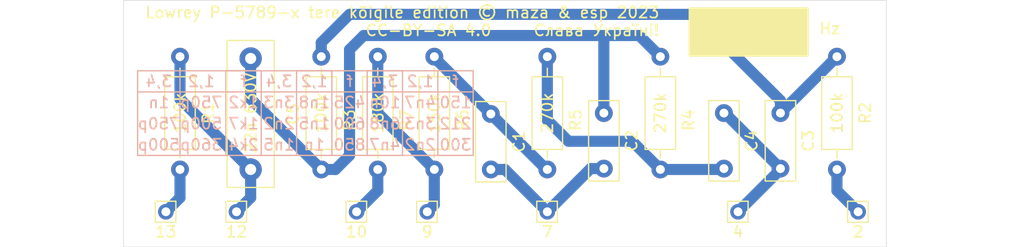
<source format=kicad_pcb>
(kicad_pcb (version 20171130) (host pcbnew 5.1.5+dfsg1-2build2)

  (general
    (thickness 1.6)
    (drawings 68)
    (tracks 49)
    (zones 0)
    (modules 19)
    (nets 12)
  )

  (page A4)
  (layers
    (0 F.Cu signal)
    (31 B.Cu signal)
    (32 B.Adhes user)
    (33 F.Adhes user)
    (34 B.Paste user)
    (35 F.Paste user)
    (36 B.SilkS user)
    (37 F.SilkS user)
    (38 B.Mask user)
    (39 F.Mask user)
    (40 Dwgs.User user)
    (41 Cmts.User user)
    (42 Eco1.User user)
    (43 Eco2.User user)
    (44 Edge.Cuts user)
    (45 Margin user)
    (46 B.CrtYd user)
    (47 F.CrtYd user)
    (48 B.Fab user)
    (49 F.Fab user)
  )

  (setup
    (last_trace_width 1)
    (user_trace_width 1)
    (trace_clearance 0.2)
    (zone_clearance 0.508)
    (zone_45_only no)
    (trace_min 0.2)
    (via_size 0.8)
    (via_drill 0.4)
    (via_min_size 0.4)
    (via_min_drill 0.3)
    (uvia_size 0.3)
    (uvia_drill 0.1)
    (uvias_allowed no)
    (uvia_min_size 0.2)
    (uvia_min_drill 0.1)
    (edge_width 0.05)
    (segment_width 0.2)
    (pcb_text_width 0.3)
    (pcb_text_size 1.5 1.5)
    (mod_edge_width 0.12)
    (mod_text_size 1 1)
    (mod_text_width 0.15)
    (pad_size 1.4 1.4)
    (pad_drill 0.8)
    (pad_to_mask_clearance 0.051)
    (solder_mask_min_width 0.25)
    (aux_axis_origin 0 0)
    (visible_elements FFFFFF7F)
    (pcbplotparams
      (layerselection 0x010fc_ffffffff)
      (usegerberextensions false)
      (usegerberattributes false)
      (usegerberadvancedattributes false)
      (creategerberjobfile false)
      (excludeedgelayer true)
      (linewidth 0.100000)
      (plotframeref false)
      (viasonmask false)
      (mode 1)
      (useauxorigin false)
      (hpglpennumber 1)
      (hpglpenspeed 20)
      (hpglpendiameter 15.000000)
      (psnegative false)
      (psa4output false)
      (plotreference true)
      (plotvalue true)
      (plotinvisibletext false)
      (padsonsilk false)
      (subtractmaskfromsilk false)
      (outputformat 1)
      (mirror false)
      (drillshape 0)
      (scaleselection 1)
      (outputdirectory ""))
  )

  (net 0 "")
  (net 1 "Net-(C1-Pad2)")
  (net 2 7_tuning)
  (net 3 "Net-(C2-Pad1)")
  (net 4 4_gnd)
  (net 5 "Net-(C3-Pad1)")
  (net 6 "Net-(C4-Pad2)")
  (net 7 12_plate)
  (net 8 13_b+)
  (net 9 2_output)
  (net 10 9_grid)
  (net 11 10_input)

  (net_class Default "This is the default net class."
    (clearance 0.2)
    (trace_width 0.25)
    (via_dia 0.8)
    (via_drill 0.4)
    (uvia_dia 0.3)
    (uvia_drill 0.1)
    (add_net 10_input)
    (add_net 12_plate)
    (add_net 13_b+)
    (add_net 2_output)
    (add_net 4_gnd)
    (add_net 7_tuning)
    (add_net 9_grid)
    (add_net "Net-(C1-Pad2)")
    (add_net "Net-(C2-Pad1)")
    (add_net "Net-(C3-Pad1)")
    (add_net "Net-(C4-Pad2)")
  )

  (module Capacitor_THT:C_Rect_L13.0mm_W4.0mm_P10.00mm_FKS3_FKP3_MKS4 (layer F.Cu) (tedit 5AE50EF0) (tstamp 64920CF0)
    (at 71.755 132.08 90)
    (descr "C, Rect series, Radial, pin pitch=10.00mm, , length*width=13*4mm^2, Capacitor, http://www.wima.com/EN/WIMA_FKS_3.pdf, http://www.wima.com/EN/WIMA_MKS_4.pdf")
    (tags "C Rect series Radial pin pitch 10.00mm  length 13mm width 4mm Capacitor")
    (path /6491E27A)
    (fp_text reference C5 (at 5 3.81 90) (layer F.SilkS)
      (effects (font (size 1 1) (thickness 0.15)))
    )
    (fp_text value "22 nF 400 V" (at 5 3.25 90) (layer F.Fab)
      (effects (font (size 1 1) (thickness 0.15)))
    )
    (fp_text user %R (at 5 0 90) (layer F.Fab)
      (effects (font (size 1 1) (thickness 0.15)))
    )
    (fp_line (start 11.75 -2.25) (end -1.75 -2.25) (layer F.CrtYd) (width 0.05))
    (fp_line (start 11.75 2.25) (end 11.75 -2.25) (layer F.CrtYd) (width 0.05))
    (fp_line (start -1.75 2.25) (end 11.75 2.25) (layer F.CrtYd) (width 0.05))
    (fp_line (start -1.75 -2.25) (end -1.75 2.25) (layer F.CrtYd) (width 0.05))
    (fp_line (start 11.62 -2.12) (end 11.62 2.12) (layer F.SilkS) (width 0.12))
    (fp_line (start -1.62 -2.12) (end -1.62 2.12) (layer F.SilkS) (width 0.12))
    (fp_line (start -1.62 2.12) (end 11.62 2.12) (layer F.SilkS) (width 0.12))
    (fp_line (start -1.62 -2.12) (end 11.62 -2.12) (layer F.SilkS) (width 0.12))
    (fp_line (start 11.5 -2) (end -1.5 -2) (layer F.Fab) (width 0.1))
    (fp_line (start 11.5 2) (end 11.5 -2) (layer F.Fab) (width 0.1))
    (fp_line (start -1.5 2) (end 11.5 2) (layer F.Fab) (width 0.1))
    (fp_line (start -1.5 -2) (end -1.5 2) (layer F.Fab) (width 0.1))
    (pad 2 thru_hole circle (at 10 0 90) (size 2 2) (drill 1) (layers *.Cu *.Mask)
      (net 3 "Net-(C2-Pad1)"))
    (pad 1 thru_hole circle (at 0 0 90) (size 2 2) (drill 1) (layers *.Cu *.Mask)
      (net 7 12_plate))
    (model ${KISYS3DMOD}/Capacitor_THT.3dshapes/C_Rect_L13.0mm_W4.0mm_P10.00mm_FKS3_FKP3_MKS4.wrl
      (at (xyz 0 0 0))
      (scale (xyz 1 1 1))
      (rotate (xyz 0 0 0))
    )
  )

  (module Resistor_THT:R_Axial_DIN0207_L6.3mm_D2.5mm_P10.16mm_Horizontal (layer F.Cu) (tedit 5AE5139B) (tstamp 64920D07)
    (at 65.405 121.92 270)
    (descr "Resistor, Axial_DIN0207 series, Axial, Horizontal, pin pitch=10.16mm, 0.25W = 1/4W, length*diameter=6.3*2.5mm^2, http://cdn-reichelt.de/documents/datenblatt/B400/1_4W%23YAG.pdf")
    (tags "Resistor Axial_DIN0207 series Axial Horizontal pin pitch 10.16mm 0.25W = 1/4W length 6.3mm diameter 2.5mm")
    (path /6491D276)
    (fp_text reference R1 (at 5.08 -2.54 90) (layer F.SilkS)
      (effects (font (size 1 1) (thickness 0.15)))
    )
    (fp_text value "100 k" (at 5.08 2.37 90) (layer F.Fab)
      (effects (font (size 1 1) (thickness 0.15)))
    )
    (fp_text user %R (at 5.08 0 90) (layer F.Fab)
      (effects (font (size 1 1) (thickness 0.15)))
    )
    (fp_line (start 11.21 -1.5) (end -1.05 -1.5) (layer F.CrtYd) (width 0.05))
    (fp_line (start 11.21 1.5) (end 11.21 -1.5) (layer F.CrtYd) (width 0.05))
    (fp_line (start -1.05 1.5) (end 11.21 1.5) (layer F.CrtYd) (width 0.05))
    (fp_line (start -1.05 -1.5) (end -1.05 1.5) (layer F.CrtYd) (width 0.05))
    (fp_line (start 9.12 0) (end 8.35 0) (layer F.SilkS) (width 0.12))
    (fp_line (start 1.04 0) (end 1.81 0) (layer F.SilkS) (width 0.12))
    (fp_line (start 8.35 -1.37) (end 1.81 -1.37) (layer F.SilkS) (width 0.12))
    (fp_line (start 8.35 1.37) (end 8.35 -1.37) (layer F.SilkS) (width 0.12))
    (fp_line (start 1.81 1.37) (end 8.35 1.37) (layer F.SilkS) (width 0.12))
    (fp_line (start 1.81 -1.37) (end 1.81 1.37) (layer F.SilkS) (width 0.12))
    (fp_line (start 10.16 0) (end 8.23 0) (layer F.Fab) (width 0.1))
    (fp_line (start 0 0) (end 1.93 0) (layer F.Fab) (width 0.1))
    (fp_line (start 8.23 -1.25) (end 1.93 -1.25) (layer F.Fab) (width 0.1))
    (fp_line (start 8.23 1.25) (end 8.23 -1.25) (layer F.Fab) (width 0.1))
    (fp_line (start 1.93 1.25) (end 8.23 1.25) (layer F.Fab) (width 0.1))
    (fp_line (start 1.93 -1.25) (end 1.93 1.25) (layer F.Fab) (width 0.1))
    (pad 2 thru_hole oval (at 10.16 0 270) (size 1.6 1.6) (drill 0.8) (layers *.Cu *.Mask)
      (net 8 13_b+))
    (pad 1 thru_hole circle (at 0 0 270) (size 1.6 1.6) (drill 0.8) (layers *.Cu *.Mask)
      (net 7 12_plate))
    (model ${KISYS3DMOD}/Resistor_THT.3dshapes/R_Axial_DIN0207_L6.3mm_D2.5mm_P10.16mm_Horizontal.wrl
      (at (xyz 0 0 0))
      (scale (xyz 1 1 1))
      (rotate (xyz 0 0 0))
    )
  )

  (module Connector_Pin:Pin_D0.7mm_L6.5mm_W1.8mm_FlatFork (layer F.Cu) (tedit 6492D3C2) (tstamp 64921607)
    (at 70.485 135.89)
    (descr "solder Pin_ with flat fork, hole diameter 0.7mm, length 6.5mm, width 1.8mm")
    (tags "solder Pin_ with flat fork")
    (fp_text reference 12 (at 0 1.8) (layer F.SilkS)
      (effects (font (size 1 1) (thickness 0.15)))
    )
    (fp_text value Pin_D0.7mm_L6.5mm_W1.8mm_FlatFork (at 0 -1.8) (layer F.Fab)
      (effects (font (size 1 1) (thickness 0.15)))
    )
    (fp_line (start 1.35 1.2) (end -1.4 1.2) (layer F.CrtYd) (width 0.05))
    (fp_line (start 1.35 1.2) (end 1.35 -1.2) (layer F.CrtYd) (width 0.05))
    (fp_line (start -1.4 -1.2) (end -1.4 1.2) (layer F.CrtYd) (width 0.05))
    (fp_line (start -1.4 -1.2) (end 1.35 -1.2) (layer F.CrtYd) (width 0.05))
    (fp_line (start -0.9 0.25) (end -0.9 -0.25) (layer F.Fab) (width 0.12))
    (fp_line (start 0.85 0.25) (end -0.9 0.25) (layer F.Fab) (width 0.12))
    (fp_line (start 0.85 -0.25) (end 0.85 0.25) (layer F.Fab) (width 0.12))
    (fp_line (start -0.9 -0.25) (end 0.85 -0.25) (layer F.Fab) (width 0.12))
    (fp_line (start 0.9 -0.95) (end -0.95 -0.95) (layer F.SilkS) (width 0.12))
    (fp_line (start 0.9 -0.9) (end 0.9 -0.95) (layer F.SilkS) (width 0.12))
    (fp_line (start 0.9 0.95) (end 0.9 -0.9) (layer F.SilkS) (width 0.12))
    (fp_line (start -0.95 0.95) (end 0.9 0.95) (layer F.SilkS) (width 0.12))
    (fp_line (start -0.95 -0.95) (end -0.95 0.95) (layer F.SilkS) (width 0.12))
    (fp_text user %R (at 0 1.8) (layer F.Fab)
      (effects (font (size 1 1) (thickness 0.15)))
    )
    (pad 12 thru_hole circle (at 0 0) (size 1.4 1.4) (drill 0.8) (layers *.Cu *.Mask)
      (net 7 12_plate))
    (model ${KISYS3DMOD}/Connector_Pin.3dshapes/Pin_D0.7mm_L6.5mm_W1.8mm_FlatFork.wrl
      (at (xyz 0 0 0))
      (scale (xyz 1 1 1))
      (rotate (xyz 0 0 0))
    )
  )

  (module Connector_Pin:Pin_D0.7mm_L6.5mm_W1.8mm_FlatFork (layer F.Cu) (tedit 6492D3B7) (tstamp 649215AA)
    (at 64.135 135.89)
    (descr "solder Pin_ with flat fork, hole diameter 0.7mm, length 6.5mm, width 1.8mm")
    (tags "solder Pin_ with flat fork")
    (fp_text reference 13 (at 0 1.8) (layer F.SilkS)
      (effects (font (size 1 1) (thickness 0.15)))
    )
    (fp_text value Pin_D0.7mm_L6.5mm_W1.8mm_FlatFork (at 0 -1.8) (layer F.Fab)
      (effects (font (size 1 1) (thickness 0.15)))
    )
    (fp_line (start 1.35 1.2) (end -1.4 1.2) (layer F.CrtYd) (width 0.05))
    (fp_line (start 1.35 1.2) (end 1.35 -1.2) (layer F.CrtYd) (width 0.05))
    (fp_line (start -1.4 -1.2) (end -1.4 1.2) (layer F.CrtYd) (width 0.05))
    (fp_line (start -1.4 -1.2) (end 1.35 -1.2) (layer F.CrtYd) (width 0.05))
    (fp_line (start -0.9 0.25) (end -0.9 -0.25) (layer F.Fab) (width 0.12))
    (fp_line (start 0.85 0.25) (end -0.9 0.25) (layer F.Fab) (width 0.12))
    (fp_line (start 0.85 -0.25) (end 0.85 0.25) (layer F.Fab) (width 0.12))
    (fp_line (start -0.9 -0.25) (end 0.85 -0.25) (layer F.Fab) (width 0.12))
    (fp_line (start 0.9 -0.95) (end -0.95 -0.95) (layer F.SilkS) (width 0.12))
    (fp_line (start 0.9 -0.9) (end 0.9 -0.95) (layer F.SilkS) (width 0.12))
    (fp_line (start 0.9 0.95) (end 0.9 -0.9) (layer F.SilkS) (width 0.12))
    (fp_line (start -0.95 0.95) (end 0.9 0.95) (layer F.SilkS) (width 0.12))
    (fp_line (start -0.95 -0.95) (end -0.95 0.95) (layer F.SilkS) (width 0.12))
    (fp_text user 13 (at 0 1.8) (layer F.Fab)
      (effects (font (size 1 1) (thickness 0.15)))
    )
    (pad 13 thru_hole circle (at 0 0) (size 1.4 1.4) (drill 0.8) (layers *.Cu *.Mask)
      (net 8 13_b+))
    (model ${KISYS3DMOD}/Connector_Pin.3dshapes/Pin_D0.7mm_L6.5mm_W1.8mm_FlatFork.wrl
      (at (xyz 0 0 0))
      (scale (xyz 1 1 1))
      (rotate (xyz 0 0 0))
    )
  )

  (module Connector_Pin:Pin_D0.7mm_L6.5mm_W1.8mm_FlatFork (layer F.Cu) (tedit 6492D3CB) (tstamp 6492154D)
    (at 81.28 135.89)
    (descr "solder Pin_ with flat fork, hole diameter 0.7mm, length 6.5mm, width 1.8mm")
    (tags "solder Pin_ with flat fork")
    (fp_text reference 10 (at 0 1.8) (layer F.SilkS)
      (effects (font (size 1 1) (thickness 0.15)))
    )
    (fp_text value Pin_D0.7mm_L6.5mm_W1.8mm_FlatFork (at 0 -1.8) (layer F.Fab)
      (effects (font (size 1 1) (thickness 0.15)))
    )
    (fp_line (start 1.35 1.2) (end -1.4 1.2) (layer F.CrtYd) (width 0.05))
    (fp_line (start 1.35 1.2) (end 1.35 -1.2) (layer F.CrtYd) (width 0.05))
    (fp_line (start -1.4 -1.2) (end -1.4 1.2) (layer F.CrtYd) (width 0.05))
    (fp_line (start -1.4 -1.2) (end 1.35 -1.2) (layer F.CrtYd) (width 0.05))
    (fp_line (start -0.9 0.25) (end -0.9 -0.25) (layer F.Fab) (width 0.12))
    (fp_line (start 0.85 0.25) (end -0.9 0.25) (layer F.Fab) (width 0.12))
    (fp_line (start 0.85 -0.25) (end 0.85 0.25) (layer F.Fab) (width 0.12))
    (fp_line (start -0.9 -0.25) (end 0.85 -0.25) (layer F.Fab) (width 0.12))
    (fp_line (start 0.9 -0.95) (end -0.95 -0.95) (layer F.SilkS) (width 0.12))
    (fp_line (start 0.9 -0.9) (end 0.9 -0.95) (layer F.SilkS) (width 0.12))
    (fp_line (start 0.9 0.95) (end 0.9 -0.9) (layer F.SilkS) (width 0.12))
    (fp_line (start -0.95 0.95) (end 0.9 0.95) (layer F.SilkS) (width 0.12))
    (fp_line (start -0.95 -0.95) (end -0.95 0.95) (layer F.SilkS) (width 0.12))
    (fp_text user %R (at 0 1.8) (layer F.Fab)
      (effects (font (size 1 1) (thickness 0.15)))
    )
    (pad 10 thru_hole circle (at 0 0) (size 1.4 1.4) (drill 0.8) (layers *.Cu *.Mask)
      (net 11 10_input))
    (model ${KISYS3DMOD}/Connector_Pin.3dshapes/Pin_D0.7mm_L6.5mm_W1.8mm_FlatFork.wrl
      (at (xyz 0 0 0))
      (scale (xyz 1 1 1))
      (rotate (xyz 0 0 0))
    )
  )

  (module Connector_Pin:Pin_D0.7mm_L6.5mm_W1.8mm_FlatFork (layer F.Cu) (tedit 6492D3D4) (tstamp 649214F0)
    (at 87.63 135.89)
    (descr "solder Pin_ with flat fork, hole diameter 0.7mm, length 6.5mm, width 1.8mm")
    (tags "solder Pin_ with flat fork")
    (fp_text reference 9 (at 0 1.8) (layer F.SilkS)
      (effects (font (size 1 1) (thickness 0.15)))
    )
    (fp_text value Pin_D0.7mm_L6.5mm_W1.8mm_FlatFork (at 0 -1.8) (layer F.Fab)
      (effects (font (size 1 1) (thickness 0.15)))
    )
    (fp_line (start 1.35 1.2) (end -1.4 1.2) (layer F.CrtYd) (width 0.05))
    (fp_line (start 1.35 1.2) (end 1.35 -1.2) (layer F.CrtYd) (width 0.05))
    (fp_line (start -1.4 -1.2) (end -1.4 1.2) (layer F.CrtYd) (width 0.05))
    (fp_line (start -1.4 -1.2) (end 1.35 -1.2) (layer F.CrtYd) (width 0.05))
    (fp_line (start -0.9 0.25) (end -0.9 -0.25) (layer F.Fab) (width 0.12))
    (fp_line (start 0.85 0.25) (end -0.9 0.25) (layer F.Fab) (width 0.12))
    (fp_line (start 0.85 -0.25) (end 0.85 0.25) (layer F.Fab) (width 0.12))
    (fp_line (start -0.9 -0.25) (end 0.85 -0.25) (layer F.Fab) (width 0.12))
    (fp_line (start 0.9 -0.95) (end -0.95 -0.95) (layer F.SilkS) (width 0.12))
    (fp_line (start 0.9 -0.9) (end 0.9 -0.95) (layer F.SilkS) (width 0.12))
    (fp_line (start 0.9 0.95) (end 0.9 -0.9) (layer F.SilkS) (width 0.12))
    (fp_line (start -0.95 0.95) (end 0.9 0.95) (layer F.SilkS) (width 0.12))
    (fp_line (start -0.95 -0.95) (end -0.95 0.95) (layer F.SilkS) (width 0.12))
    (fp_text user %R (at 0 1.8) (layer F.Fab)
      (effects (font (size 1 1) (thickness 0.15)))
    )
    (pad 9 thru_hole circle (at 0 0) (size 1.4 1.4) (drill 0.8) (layers *.Cu *.Mask)
      (net 10 9_grid))
    (model ${KISYS3DMOD}/Connector_Pin.3dshapes/Pin_D0.7mm_L6.5mm_W1.8mm_FlatFork.wrl
      (at (xyz 0 0 0))
      (scale (xyz 1 1 1))
      (rotate (xyz 0 0 0))
    )
  )

  (module Connector_Pin:Pin_D0.7mm_L6.5mm_W1.8mm_FlatFork (layer F.Cu) (tedit 6492D3DD) (tstamp 6492146D)
    (at 98.425 135.89)
    (descr "solder Pin_ with flat fork, hole diameter 0.7mm, length 6.5mm, width 1.8mm")
    (tags "solder Pin_ with flat fork")
    (fp_text reference 7 (at 0 1.8) (layer F.SilkS)
      (effects (font (size 1 1) (thickness 0.15)))
    )
    (fp_text value Pin_D0.7mm_L6.5mm_W1.8mm_FlatFork (at 0 -1.8) (layer F.Fab)
      (effects (font (size 1 1) (thickness 0.15)))
    )
    (fp_line (start 1.35 1.2) (end -1.4 1.2) (layer F.CrtYd) (width 0.05))
    (fp_line (start 1.35 1.2) (end 1.35 -1.2) (layer F.CrtYd) (width 0.05))
    (fp_line (start -1.4 -1.2) (end -1.4 1.2) (layer F.CrtYd) (width 0.05))
    (fp_line (start -1.4 -1.2) (end 1.35 -1.2) (layer F.CrtYd) (width 0.05))
    (fp_line (start -0.9 0.25) (end -0.9 -0.25) (layer F.Fab) (width 0.12))
    (fp_line (start 0.85 0.25) (end -0.9 0.25) (layer F.Fab) (width 0.12))
    (fp_line (start 0.85 -0.25) (end 0.85 0.25) (layer F.Fab) (width 0.12))
    (fp_line (start -0.9 -0.25) (end 0.85 -0.25) (layer F.Fab) (width 0.12))
    (fp_line (start 0.9 -0.95) (end -0.95 -0.95) (layer F.SilkS) (width 0.12))
    (fp_line (start 0.9 -0.9) (end 0.9 -0.95) (layer F.SilkS) (width 0.12))
    (fp_line (start 0.9 0.95) (end 0.9 -0.9) (layer F.SilkS) (width 0.12))
    (fp_line (start -0.95 0.95) (end 0.9 0.95) (layer F.SilkS) (width 0.12))
    (fp_line (start -0.95 -0.95) (end -0.95 0.95) (layer F.SilkS) (width 0.12))
    (fp_text user %R (at 0 1.8) (layer F.Fab)
      (effects (font (size 1 1) (thickness 0.15)))
    )
    (pad 7 thru_hole circle (at 0 0) (size 1.4 1.4) (drill 0.8) (layers *.Cu *.Mask)
      (net 2 7_tuning))
    (model ${KISYS3DMOD}/Connector_Pin.3dshapes/Pin_D0.7mm_L6.5mm_W1.8mm_FlatFork.wrl
      (at (xyz 0 0 0))
      (scale (xyz 1 1 1))
      (rotate (xyz 0 0 0))
    )
  )

  (module Connector_Pin:Pin_D0.7mm_L6.5mm_W1.8mm_FlatFork (layer F.Cu) (tedit 6492D3E5) (tstamp 64921410)
    (at 115.57 135.89)
    (descr "solder Pin_ with flat fork, hole diameter 0.7mm, length 6.5mm, width 1.8mm")
    (tags "solder Pin_ with flat fork")
    (fp_text reference 4 (at 0 1.8) (layer F.SilkS)
      (effects (font (size 1 1) (thickness 0.15)))
    )
    (fp_text value Pin_D0.7mm_L6.5mm_W1.8mm_FlatFork (at 0 -1.8) (layer F.Fab)
      (effects (font (size 1 1) (thickness 0.15)))
    )
    (fp_line (start 1.35 1.2) (end -1.4 1.2) (layer F.CrtYd) (width 0.05))
    (fp_line (start 1.35 1.2) (end 1.35 -1.2) (layer F.CrtYd) (width 0.05))
    (fp_line (start -1.4 -1.2) (end -1.4 1.2) (layer F.CrtYd) (width 0.05))
    (fp_line (start -1.4 -1.2) (end 1.35 -1.2) (layer F.CrtYd) (width 0.05))
    (fp_line (start -0.9 0.25) (end -0.9 -0.25) (layer F.Fab) (width 0.12))
    (fp_line (start 0.85 0.25) (end -0.9 0.25) (layer F.Fab) (width 0.12))
    (fp_line (start 0.85 -0.25) (end 0.85 0.25) (layer F.Fab) (width 0.12))
    (fp_line (start -0.9 -0.25) (end 0.85 -0.25) (layer F.Fab) (width 0.12))
    (fp_line (start 0.9 -0.95) (end -0.95 -0.95) (layer F.SilkS) (width 0.12))
    (fp_line (start 0.9 -0.9) (end 0.9 -0.95) (layer F.SilkS) (width 0.12))
    (fp_line (start 0.9 0.95) (end 0.9 -0.9) (layer F.SilkS) (width 0.12))
    (fp_line (start -0.95 0.95) (end 0.9 0.95) (layer F.SilkS) (width 0.12))
    (fp_line (start -0.95 -0.95) (end -0.95 0.95) (layer F.SilkS) (width 0.12))
    (fp_text user %R (at 0 1.8) (layer F.Fab)
      (effects (font (size 1 1) (thickness 0.15)))
    )
    (pad 4 thru_hole circle (at 0 0) (size 1.4 1.4) (drill 0.8) (layers *.Cu *.Mask)
      (net 4 4_gnd))
    (model ${KISYS3DMOD}/Connector_Pin.3dshapes/Pin_D0.7mm_L6.5mm_W1.8mm_FlatFork.wrl
      (at (xyz 0 0 0))
      (scale (xyz 1 1 1))
      (rotate (xyz 0 0 0))
    )
  )

  (module Connector_Pin:Pin_D0.7mm_L6.5mm_W1.8mm_FlatFork (layer F.Cu) (tedit 6492D3ED) (tstamp 649212FD)
    (at 126.365 135.89)
    (descr "solder Pin_ with flat fork, hole diameter 0.7mm, length 6.5mm, width 1.8mm")
    (tags "solder Pin_ with flat fork")
    (fp_text reference 2 (at 0 1.8) (layer F.SilkS)
      (effects (font (size 1 1) (thickness 0.15)))
    )
    (fp_text value Pin_D0.7mm_L6.5mm_W1.8mm_FlatFork (at 0 -1.8) (layer F.Fab)
      (effects (font (size 1 1) (thickness 0.15)))
    )
    (fp_line (start 1.35 1.2) (end -1.4 1.2) (layer F.CrtYd) (width 0.05))
    (fp_line (start 1.35 1.2) (end 1.35 -1.2) (layer F.CrtYd) (width 0.05))
    (fp_line (start -1.4 -1.2) (end -1.4 1.2) (layer F.CrtYd) (width 0.05))
    (fp_line (start -1.4 -1.2) (end 1.35 -1.2) (layer F.CrtYd) (width 0.05))
    (fp_line (start -0.9 0.25) (end -0.9 -0.25) (layer F.Fab) (width 0.12))
    (fp_line (start 0.85 0.25) (end -0.9 0.25) (layer F.Fab) (width 0.12))
    (fp_line (start 0.85 -0.25) (end 0.85 0.25) (layer F.Fab) (width 0.12))
    (fp_line (start -0.9 -0.25) (end 0.85 -0.25) (layer F.Fab) (width 0.12))
    (fp_line (start 0.9 -0.95) (end -0.95 -0.95) (layer F.SilkS) (width 0.12))
    (fp_line (start 0.9 -0.9) (end 0.9 -0.95) (layer F.SilkS) (width 0.12))
    (fp_line (start 0.9 0.95) (end 0.9 -0.9) (layer F.SilkS) (width 0.12))
    (fp_line (start -0.95 0.95) (end 0.9 0.95) (layer F.SilkS) (width 0.12))
    (fp_line (start -0.95 -0.95) (end -0.95 0.95) (layer F.SilkS) (width 0.12))
    (fp_text user %R (at 0 1.8) (layer F.Fab)
      (effects (font (size 1 1) (thickness 0.15)))
    )
    (pad 2 thru_hole circle (at 0 0) (size 1.4 1.4) (drill 0.8) (layers *.Cu *.Mask)
      (net 9 2_output))
    (model ${KISYS3DMOD}/Connector_Pin.3dshapes/Pin_D0.7mm_L6.5mm_W1.8mm_FlatFork.wrl
      (at (xyz 0 0 0))
      (scale (xyz 1 1 1))
      (rotate (xyz 0 0 0))
    )
  )

  (module Resistor_THT:R_Axial_DIN0207_L6.3mm_D2.5mm_P10.16mm_Horizontal (layer F.Cu) (tedit 5AE5139B) (tstamp 64920D91)
    (at 83.185 132.08 90)
    (descr "Resistor, Axial_DIN0207 series, Axial, Horizontal, pin pitch=10.16mm, 0.25W = 1/4W, length*diameter=6.3*2.5mm^2, http://cdn-reichelt.de/documents/datenblatt/B400/1_4W%23YAG.pdf")
    (tags "Resistor Axial_DIN0207 series Axial Horizontal pin pitch 10.16mm 0.25W = 1/4W length 6.3mm diameter 2.5mm")
    (path /6491B948)
    (fp_text reference R7 (at 4.445 2.54 90) (layer F.SilkS)
      (effects (font (size 1 1) (thickness 0.15)))
    )
    (fp_text value "180 k" (at 5.08 2.37 90) (layer F.Fab)
      (effects (font (size 1 1) (thickness 0.15)))
    )
    (fp_text user %R (at 5.08 0 270) (layer F.Fab)
      (effects (font (size 1 1) (thickness 0.15)))
    )
    (fp_line (start 11.21 -1.5) (end -1.05 -1.5) (layer F.CrtYd) (width 0.05))
    (fp_line (start 11.21 1.5) (end 11.21 -1.5) (layer F.CrtYd) (width 0.05))
    (fp_line (start -1.05 1.5) (end 11.21 1.5) (layer F.CrtYd) (width 0.05))
    (fp_line (start -1.05 -1.5) (end -1.05 1.5) (layer F.CrtYd) (width 0.05))
    (fp_line (start 9.12 0) (end 8.35 0) (layer F.SilkS) (width 0.12))
    (fp_line (start 1.04 0) (end 1.81 0) (layer F.SilkS) (width 0.12))
    (fp_line (start 8.35 -1.37) (end 1.81 -1.37) (layer F.SilkS) (width 0.12))
    (fp_line (start 8.35 1.37) (end 8.35 -1.37) (layer F.SilkS) (width 0.12))
    (fp_line (start 1.81 1.37) (end 8.35 1.37) (layer F.SilkS) (width 0.12))
    (fp_line (start 1.81 -1.37) (end 1.81 1.37) (layer F.SilkS) (width 0.12))
    (fp_line (start 10.16 0) (end 8.23 0) (layer F.Fab) (width 0.1))
    (fp_line (start 0 0) (end 1.93 0) (layer F.Fab) (width 0.1))
    (fp_line (start 8.23 -1.25) (end 1.93 -1.25) (layer F.Fab) (width 0.1))
    (fp_line (start 8.23 1.25) (end 8.23 -1.25) (layer F.Fab) (width 0.1))
    (fp_line (start 1.93 1.25) (end 8.23 1.25) (layer F.Fab) (width 0.1))
    (fp_line (start 1.93 -1.25) (end 1.93 1.25) (layer F.Fab) (width 0.1))
    (pad 2 thru_hole oval (at 10.16 0 90) (size 1.6 1.6) (drill 0.8) (layers *.Cu *.Mask)
      (net 10 9_grid))
    (pad 1 thru_hole circle (at 0 0 90) (size 1.6 1.6) (drill 0.8) (layers *.Cu *.Mask)
      (net 11 10_input))
    (model ${KISYS3DMOD}/Resistor_THT.3dshapes/R_Axial_DIN0207_L6.3mm_D2.5mm_P10.16mm_Horizontal.wrl
      (at (xyz 0 0 0))
      (scale (xyz 1 1 1))
      (rotate (xyz 0 0 0))
    )
  )

  (module Resistor_THT:R_Axial_DIN0207_L6.3mm_D2.5mm_P10.16mm_Horizontal (layer F.Cu) (tedit 5AE5139B) (tstamp 64920D7A)
    (at 88.265 132.08 90)
    (descr "Resistor, Axial_DIN0207 series, Axial, Horizontal, pin pitch=10.16mm, 0.25W = 1/4W, length*diameter=6.3*2.5mm^2, http://cdn-reichelt.de/documents/datenblatt/B400/1_4W%23YAG.pdf")
    (tags "Resistor Axial_DIN0207 series Axial Horizontal pin pitch 10.16mm 0.25W = 1/4W length 6.3mm diameter 2.5mm")
    (path /6491C5CF)
    (fp_text reference R6 (at 4.445 2.54 90) (layer F.SilkS)
      (effects (font (size 1 1) (thickness 0.15)))
    )
    (fp_text value "150 k" (at 5.08 2.37 90) (layer F.Fab)
      (effects (font (size 1 1) (thickness 0.15)))
    )
    (fp_text user %R (at 5.08 0 90) (layer F.Fab)
      (effects (font (size 1 1) (thickness 0.15)))
    )
    (fp_line (start 11.21 -1.5) (end -1.05 -1.5) (layer F.CrtYd) (width 0.05))
    (fp_line (start 11.21 1.5) (end 11.21 -1.5) (layer F.CrtYd) (width 0.05))
    (fp_line (start -1.05 1.5) (end 11.21 1.5) (layer F.CrtYd) (width 0.05))
    (fp_line (start -1.05 -1.5) (end -1.05 1.5) (layer F.CrtYd) (width 0.05))
    (fp_line (start 9.12 0) (end 8.35 0) (layer F.SilkS) (width 0.12))
    (fp_line (start 1.04 0) (end 1.81 0) (layer F.SilkS) (width 0.12))
    (fp_line (start 8.35 -1.37) (end 1.81 -1.37) (layer F.SilkS) (width 0.12))
    (fp_line (start 8.35 1.37) (end 8.35 -1.37) (layer F.SilkS) (width 0.12))
    (fp_line (start 1.81 1.37) (end 8.35 1.37) (layer F.SilkS) (width 0.12))
    (fp_line (start 1.81 -1.37) (end 1.81 1.37) (layer F.SilkS) (width 0.12))
    (fp_line (start 10.16 0) (end 8.23 0) (layer F.Fab) (width 0.1))
    (fp_line (start 0 0) (end 1.93 0) (layer F.Fab) (width 0.1))
    (fp_line (start 8.23 -1.25) (end 1.93 -1.25) (layer F.Fab) (width 0.1))
    (fp_line (start 8.23 1.25) (end 8.23 -1.25) (layer F.Fab) (width 0.1))
    (fp_line (start 1.93 1.25) (end 8.23 1.25) (layer F.Fab) (width 0.1))
    (fp_line (start 1.93 -1.25) (end 1.93 1.25) (layer F.Fab) (width 0.1))
    (pad 2 thru_hole oval (at 10.16 0 90) (size 1.6 1.6) (drill 0.8) (layers *.Cu *.Mask)
      (net 1 "Net-(C1-Pad2)"))
    (pad 1 thru_hole circle (at 0 0 90) (size 1.6 1.6) (drill 0.8) (layers *.Cu *.Mask)
      (net 10 9_grid))
    (model ${KISYS3DMOD}/Resistor_THT.3dshapes/R_Axial_DIN0207_L6.3mm_D2.5mm_P10.16mm_Horizontal.wrl
      (at (xyz 0 0 0))
      (scale (xyz 1 1 1))
      (rotate (xyz 0 0 0))
    )
  )

  (module Resistor_THT:R_Axial_DIN0207_L6.3mm_D2.5mm_P10.16mm_Horizontal (layer F.Cu) (tedit 5AE5139B) (tstamp 64920D63)
    (at 98.425 132.08 90)
    (descr "Resistor, Axial_DIN0207 series, Axial, Horizontal, pin pitch=10.16mm, 0.25W = 1/4W, length*diameter=6.3*2.5mm^2, http://cdn-reichelt.de/documents/datenblatt/B400/1_4W%23YAG.pdf")
    (tags "Resistor Axial_DIN0207 series Axial Horizontal pin pitch 10.16mm 0.25W = 1/4W length 6.3mm diameter 2.5mm")
    (path /6491D3DC)
    (fp_text reference R5 (at 4.445 2.54 90) (layer F.SilkS)
      (effects (font (size 1 1) (thickness 0.15)))
    )
    (fp_text value "270 k" (at 5.08 2.37 90) (layer F.Fab)
      (effects (font (size 1 1) (thickness 0.15)))
    )
    (fp_text user %R (at 5.08 0 90) (layer F.Fab)
      (effects (font (size 1 1) (thickness 0.15)))
    )
    (fp_line (start 11.21 -1.5) (end -1.05 -1.5) (layer F.CrtYd) (width 0.05))
    (fp_line (start 11.21 1.5) (end 11.21 -1.5) (layer F.CrtYd) (width 0.05))
    (fp_line (start -1.05 1.5) (end 11.21 1.5) (layer F.CrtYd) (width 0.05))
    (fp_line (start -1.05 -1.5) (end -1.05 1.5) (layer F.CrtYd) (width 0.05))
    (fp_line (start 9.12 0) (end 8.35 0) (layer F.SilkS) (width 0.12))
    (fp_line (start 1.04 0) (end 1.81 0) (layer F.SilkS) (width 0.12))
    (fp_line (start 8.35 -1.37) (end 1.81 -1.37) (layer F.SilkS) (width 0.12))
    (fp_line (start 8.35 1.37) (end 8.35 -1.37) (layer F.SilkS) (width 0.12))
    (fp_line (start 1.81 1.37) (end 8.35 1.37) (layer F.SilkS) (width 0.12))
    (fp_line (start 1.81 -1.37) (end 1.81 1.37) (layer F.SilkS) (width 0.12))
    (fp_line (start 10.16 0) (end 8.23 0) (layer F.Fab) (width 0.1))
    (fp_line (start 0 0) (end 1.93 0) (layer F.Fab) (width 0.1))
    (fp_line (start 8.23 -1.25) (end 1.93 -1.25) (layer F.Fab) (width 0.1))
    (fp_line (start 8.23 1.25) (end 8.23 -1.25) (layer F.Fab) (width 0.1))
    (fp_line (start 1.93 1.25) (end 8.23 1.25) (layer F.Fab) (width 0.1))
    (fp_line (start 1.93 -1.25) (end 1.93 1.25) (layer F.Fab) (width 0.1))
    (pad 2 thru_hole oval (at 10.16 0 90) (size 1.6 1.6) (drill 0.8) (layers *.Cu *.Mask)
      (net 6 "Net-(C4-Pad2)"))
    (pad 1 thru_hole circle (at 0 0 90) (size 1.6 1.6) (drill 0.8) (layers *.Cu *.Mask)
      (net 1 "Net-(C1-Pad2)"))
    (model ${KISYS3DMOD}/Resistor_THT.3dshapes/R_Axial_DIN0207_L6.3mm_D2.5mm_P10.16mm_Horizontal.wrl
      (at (xyz 0 0 0))
      (scale (xyz 1 1 1))
      (rotate (xyz 0 0 0))
    )
  )

  (module Resistor_THT:R_Axial_DIN0207_L6.3mm_D2.5mm_P10.16mm_Horizontal (layer F.Cu) (tedit 5AE5139B) (tstamp 64920D4C)
    (at 108.585 121.92 270)
    (descr "Resistor, Axial_DIN0207 series, Axial, Horizontal, pin pitch=10.16mm, 0.25W = 1/4W, length*diameter=6.3*2.5mm^2, http://cdn-reichelt.de/documents/datenblatt/B400/1_4W%23YAG.pdf")
    (tags "Resistor Axial_DIN0207 series Axial Horizontal pin pitch 10.16mm 0.25W = 1/4W length 6.3mm diameter 2.5mm")
    (path /6491CB8D)
    (fp_text reference R4 (at 5.715 -2.54 90) (layer F.SilkS)
      (effects (font (size 1 1) (thickness 0.15)))
    )
    (fp_text value "270 k" (at 5.08 2.37 90) (layer F.Fab)
      (effects (font (size 1 1) (thickness 0.15)))
    )
    (fp_text user %R (at 5.08 0 90) (layer F.Fab)
      (effects (font (size 1 1) (thickness 0.15)))
    )
    (fp_line (start 11.21 -1.5) (end -1.05 -1.5) (layer F.CrtYd) (width 0.05))
    (fp_line (start 11.21 1.5) (end 11.21 -1.5) (layer F.CrtYd) (width 0.05))
    (fp_line (start -1.05 1.5) (end 11.21 1.5) (layer F.CrtYd) (width 0.05))
    (fp_line (start -1.05 -1.5) (end -1.05 1.5) (layer F.CrtYd) (width 0.05))
    (fp_line (start 9.12 0) (end 8.35 0) (layer F.SilkS) (width 0.12))
    (fp_line (start 1.04 0) (end 1.81 0) (layer F.SilkS) (width 0.12))
    (fp_line (start 8.35 -1.37) (end 1.81 -1.37) (layer F.SilkS) (width 0.12))
    (fp_line (start 8.35 1.37) (end 8.35 -1.37) (layer F.SilkS) (width 0.12))
    (fp_line (start 1.81 1.37) (end 8.35 1.37) (layer F.SilkS) (width 0.12))
    (fp_line (start 1.81 -1.37) (end 1.81 1.37) (layer F.SilkS) (width 0.12))
    (fp_line (start 10.16 0) (end 8.23 0) (layer F.Fab) (width 0.1))
    (fp_line (start 0 0) (end 1.93 0) (layer F.Fab) (width 0.1))
    (fp_line (start 8.23 -1.25) (end 1.93 -1.25) (layer F.Fab) (width 0.1))
    (fp_line (start 8.23 1.25) (end 8.23 -1.25) (layer F.Fab) (width 0.1))
    (fp_line (start 1.93 1.25) (end 8.23 1.25) (layer F.Fab) (width 0.1))
    (fp_line (start 1.93 -1.25) (end 1.93 1.25) (layer F.Fab) (width 0.1))
    (pad 2 thru_hole oval (at 10.16 0 270) (size 1.6 1.6) (drill 0.8) (layers *.Cu *.Mask)
      (net 6 "Net-(C4-Pad2)"))
    (pad 1 thru_hole circle (at 0 0 270) (size 1.6 1.6) (drill 0.8) (layers *.Cu *.Mask)
      (net 3 "Net-(C2-Pad1)"))
    (model ${KISYS3DMOD}/Resistor_THT.3dshapes/R_Axial_DIN0207_L6.3mm_D2.5mm_P10.16mm_Horizontal.wrl
      (at (xyz 0 0 0))
      (scale (xyz 1 1 1))
      (rotate (xyz 0 0 0))
    )
  )

  (module Resistor_THT:R_Axial_DIN0207_L6.3mm_D2.5mm_P10.16mm_Horizontal (layer F.Cu) (tedit 5AE5139B) (tstamp 64920D35)
    (at 78.105 132.08 90)
    (descr "Resistor, Axial_DIN0207 series, Axial, Horizontal, pin pitch=10.16mm, 0.25W = 1/4W, length*diameter=6.3*2.5mm^2, http://cdn-reichelt.de/documents/datenblatt/B400/1_4W%23YAG.pdf")
    (tags "Resistor Axial_DIN0207 series Axial Horizontal pin pitch 10.16mm 0.25W = 1/4W length 6.3mm diameter 2.5mm")
    (path /6491D16F)
    (fp_text reference R3 (at 4.445 2.54 90) (layer F.SilkS)
      (effects (font (size 1 1) (thickness 0.15)))
    )
    (fp_text value "100 k" (at 5.08 2.37 90) (layer F.Fab)
      (effects (font (size 1 1) (thickness 0.15)))
    )
    (fp_text user %R (at 5.08 0 90) (layer F.Fab)
      (effects (font (size 1 1) (thickness 0.15)))
    )
    (fp_line (start 11.21 -1.5) (end -1.05 -1.5) (layer F.CrtYd) (width 0.05))
    (fp_line (start 11.21 1.5) (end 11.21 -1.5) (layer F.CrtYd) (width 0.05))
    (fp_line (start -1.05 1.5) (end 11.21 1.5) (layer F.CrtYd) (width 0.05))
    (fp_line (start -1.05 -1.5) (end -1.05 1.5) (layer F.CrtYd) (width 0.05))
    (fp_line (start 9.12 0) (end 8.35 0) (layer F.SilkS) (width 0.12))
    (fp_line (start 1.04 0) (end 1.81 0) (layer F.SilkS) (width 0.12))
    (fp_line (start 8.35 -1.37) (end 1.81 -1.37) (layer F.SilkS) (width 0.12))
    (fp_line (start 8.35 1.37) (end 8.35 -1.37) (layer F.SilkS) (width 0.12))
    (fp_line (start 1.81 1.37) (end 8.35 1.37) (layer F.SilkS) (width 0.12))
    (fp_line (start 1.81 -1.37) (end 1.81 1.37) (layer F.SilkS) (width 0.12))
    (fp_line (start 10.16 0) (end 8.23 0) (layer F.Fab) (width 0.1))
    (fp_line (start 0 0) (end 1.93 0) (layer F.Fab) (width 0.1))
    (fp_line (start 8.23 -1.25) (end 1.93 -1.25) (layer F.Fab) (width 0.1))
    (fp_line (start 8.23 1.25) (end 8.23 -1.25) (layer F.Fab) (width 0.1))
    (fp_line (start 1.93 1.25) (end 8.23 1.25) (layer F.Fab) (width 0.1))
    (fp_line (start 1.93 -1.25) (end 1.93 1.25) (layer F.Fab) (width 0.1))
    (pad 2 thru_hole oval (at 10.16 0 90) (size 1.6 1.6) (drill 0.8) (layers *.Cu *.Mask)
      (net 5 "Net-(C3-Pad1)"))
    (pad 1 thru_hole circle (at 0 0 90) (size 1.6 1.6) (drill 0.8) (layers *.Cu *.Mask)
      (net 3 "Net-(C2-Pad1)"))
    (model ${KISYS3DMOD}/Resistor_THT.3dshapes/R_Axial_DIN0207_L6.3mm_D2.5mm_P10.16mm_Horizontal.wrl
      (at (xyz 0 0 0))
      (scale (xyz 1 1 1))
      (rotate (xyz 0 0 0))
    )
  )

  (module Resistor_THT:R_Axial_DIN0207_L6.3mm_D2.5mm_P10.16mm_Horizontal (layer F.Cu) (tedit 5AE5139B) (tstamp 64920D1E)
    (at 124.46 121.92 270)
    (descr "Resistor, Axial_DIN0207 series, Axial, Horizontal, pin pitch=10.16mm, 0.25W = 1/4W, length*diameter=6.3*2.5mm^2, http://cdn-reichelt.de/documents/datenblatt/B400/1_4W%23YAG.pdf")
    (tags "Resistor Axial_DIN0207 series Axial Horizontal pin pitch 10.16mm 0.25W = 1/4W length 6.3mm diameter 2.5mm")
    (path /6491D462)
    (fp_text reference R2 (at 5.08 -2.54 90) (layer F.SilkS)
      (effects (font (size 1 1) (thickness 0.15)))
    )
    (fp_text value "100 k" (at 5.08 2.37 90) (layer F.Fab)
      (effects (font (size 1 1) (thickness 0.15)))
    )
    (fp_text user %R (at 5.08 0 90) (layer F.Fab)
      (effects (font (size 1 1) (thickness 0.15)))
    )
    (fp_line (start 11.21 -1.5) (end -1.05 -1.5) (layer F.CrtYd) (width 0.05))
    (fp_line (start 11.21 1.5) (end 11.21 -1.5) (layer F.CrtYd) (width 0.05))
    (fp_line (start -1.05 1.5) (end 11.21 1.5) (layer F.CrtYd) (width 0.05))
    (fp_line (start -1.05 -1.5) (end -1.05 1.5) (layer F.CrtYd) (width 0.05))
    (fp_line (start 9.12 0) (end 8.35 0) (layer F.SilkS) (width 0.12))
    (fp_line (start 1.04 0) (end 1.81 0) (layer F.SilkS) (width 0.12))
    (fp_line (start 8.35 -1.37) (end 1.81 -1.37) (layer F.SilkS) (width 0.12))
    (fp_line (start 8.35 1.37) (end 8.35 -1.37) (layer F.SilkS) (width 0.12))
    (fp_line (start 1.81 1.37) (end 8.35 1.37) (layer F.SilkS) (width 0.12))
    (fp_line (start 1.81 -1.37) (end 1.81 1.37) (layer F.SilkS) (width 0.12))
    (fp_line (start 10.16 0) (end 8.23 0) (layer F.Fab) (width 0.1))
    (fp_line (start 0 0) (end 1.93 0) (layer F.Fab) (width 0.1))
    (fp_line (start 8.23 -1.25) (end 1.93 -1.25) (layer F.Fab) (width 0.1))
    (fp_line (start 8.23 1.25) (end 8.23 -1.25) (layer F.Fab) (width 0.1))
    (fp_line (start 1.93 1.25) (end 8.23 1.25) (layer F.Fab) (width 0.1))
    (fp_line (start 1.93 -1.25) (end 1.93 1.25) (layer F.Fab) (width 0.1))
    (pad 2 thru_hole oval (at 10.16 0 270) (size 1.6 1.6) (drill 0.8) (layers *.Cu *.Mask)
      (net 9 2_output))
    (pad 1 thru_hole circle (at 0 0 270) (size 1.6 1.6) (drill 0.8) (layers *.Cu *.Mask)
      (net 5 "Net-(C3-Pad1)"))
    (model ${KISYS3DMOD}/Resistor_THT.3dshapes/R_Axial_DIN0207_L6.3mm_D2.5mm_P10.16mm_Horizontal.wrl
      (at (xyz 0 0 0))
      (scale (xyz 1 1 1))
      (rotate (xyz 0 0 0))
    )
  )

  (module Capacitor_THT:C_Rect_L7.0mm_W2.5mm_P5.00mm (layer F.Cu) (tedit 5AE50EF0) (tstamp 64920CC9)
    (at 114.3 127 270)
    (descr "C, Rect series, Radial, pin pitch=5.00mm, , length*width=7*2.5mm^2, Capacitor")
    (tags "C Rect series Radial pin pitch 5.00mm  length 7mm width 2.5mm Capacitor")
    (path /6491DF7D)
    (fp_text reference C4 (at 2.5 -2.5 90) (layer F.SilkS)
      (effects (font (size 1 1) (thickness 0.15)))
    )
    (fp_text value variable (at 2.5 2.5 90) (layer F.Fab)
      (effects (font (size 1 1) (thickness 0.15)))
    )
    (fp_text user %R (at 2.5 0 90) (layer F.Fab)
      (effects (font (size 1 1) (thickness 0.15)))
    )
    (fp_line (start 6.25 -1.5) (end -1.25 -1.5) (layer F.CrtYd) (width 0.05))
    (fp_line (start 6.25 1.5) (end 6.25 -1.5) (layer F.CrtYd) (width 0.05))
    (fp_line (start -1.25 1.5) (end 6.25 1.5) (layer F.CrtYd) (width 0.05))
    (fp_line (start -1.25 -1.5) (end -1.25 1.5) (layer F.CrtYd) (width 0.05))
    (fp_line (start 6.12 -1.37) (end 6.12 1.37) (layer F.SilkS) (width 0.12))
    (fp_line (start -1.12 -1.37) (end -1.12 1.37) (layer F.SilkS) (width 0.12))
    (fp_line (start -1.12 1.37) (end 6.12 1.37) (layer F.SilkS) (width 0.12))
    (fp_line (start -1.12 -1.37) (end 6.12 -1.37) (layer F.SilkS) (width 0.12))
    (fp_line (start 6 -1.25) (end -1 -1.25) (layer F.Fab) (width 0.1))
    (fp_line (start 6 1.25) (end 6 -1.25) (layer F.Fab) (width 0.1))
    (fp_line (start -1 1.25) (end 6 1.25) (layer F.Fab) (width 0.1))
    (fp_line (start -1 -1.25) (end -1 1.25) (layer F.Fab) (width 0.1))
    (pad 2 thru_hole circle (at 5 0 270) (size 1.6 1.6) (drill 0.8) (layers *.Cu *.Mask)
      (net 6 "Net-(C4-Pad2)"))
    (pad 1 thru_hole circle (at 0 0 270) (size 1.6 1.6) (drill 0.8) (layers *.Cu *.Mask)
      (net 4 4_gnd))
    (model ${KISYS3DMOD}/Capacitor_THT.3dshapes/C_Rect_L7.0mm_W2.5mm_P5.00mm.wrl
      (at (xyz 0 0 0))
      (scale (xyz 1 1 1))
      (rotate (xyz 0 0 0))
    )
  )

  (module Capacitor_THT:C_Rect_L7.0mm_W2.5mm_P5.00mm (layer F.Cu) (tedit 5AE50EF0) (tstamp 64920CB6)
    (at 119.38 127 270)
    (descr "C, Rect series, Radial, pin pitch=5.00mm, , length*width=7*2.5mm^2, Capacitor")
    (tags "C Rect series Radial pin pitch 5.00mm  length 7mm width 2.5mm Capacitor")
    (path /6491DBA3)
    (fp_text reference C3 (at 2.5 -2.5 90) (layer F.SilkS)
      (effects (font (size 1 1) (thickness 0.15)))
    )
    (fp_text value variable (at 2.5 2.5 90) (layer F.Fab)
      (effects (font (size 1 1) (thickness 0.15)))
    )
    (fp_text user %R (at 2.5 0 90) (layer F.Fab)
      (effects (font (size 1 1) (thickness 0.15)))
    )
    (fp_line (start 6.25 -1.5) (end -1.25 -1.5) (layer F.CrtYd) (width 0.05))
    (fp_line (start 6.25 1.5) (end 6.25 -1.5) (layer F.CrtYd) (width 0.05))
    (fp_line (start -1.25 1.5) (end 6.25 1.5) (layer F.CrtYd) (width 0.05))
    (fp_line (start -1.25 -1.5) (end -1.25 1.5) (layer F.CrtYd) (width 0.05))
    (fp_line (start 6.12 -1.37) (end 6.12 1.37) (layer F.SilkS) (width 0.12))
    (fp_line (start -1.12 -1.37) (end -1.12 1.37) (layer F.SilkS) (width 0.12))
    (fp_line (start -1.12 1.37) (end 6.12 1.37) (layer F.SilkS) (width 0.12))
    (fp_line (start -1.12 -1.37) (end 6.12 -1.37) (layer F.SilkS) (width 0.12))
    (fp_line (start 6 -1.25) (end -1 -1.25) (layer F.Fab) (width 0.1))
    (fp_line (start 6 1.25) (end 6 -1.25) (layer F.Fab) (width 0.1))
    (fp_line (start -1 1.25) (end 6 1.25) (layer F.Fab) (width 0.1))
    (fp_line (start -1 -1.25) (end -1 1.25) (layer F.Fab) (width 0.1))
    (pad 2 thru_hole circle (at 5 0 270) (size 1.6 1.6) (drill 0.8) (layers *.Cu *.Mask)
      (net 4 4_gnd))
    (pad 1 thru_hole circle (at 0 0 270) (size 1.6 1.6) (drill 0.8) (layers *.Cu *.Mask)
      (net 5 "Net-(C3-Pad1)"))
    (model ${KISYS3DMOD}/Capacitor_THT.3dshapes/C_Rect_L7.0mm_W2.5mm_P5.00mm.wrl
      (at (xyz 0 0 0))
      (scale (xyz 1 1 1))
      (rotate (xyz 0 0 0))
    )
  )

  (module Capacitor_THT:C_Rect_L7.0mm_W2.5mm_P5.00mm (layer F.Cu) (tedit 5AE50EF0) (tstamp 64920CA3)
    (at 103.505 127 270)
    (descr "C, Rect series, Radial, pin pitch=5.00mm, , length*width=7*2.5mm^2, Capacitor")
    (tags "C Rect series Radial pin pitch 5.00mm  length 7mm width 2.5mm Capacitor")
    (path /6491DA2F)
    (fp_text reference C2 (at 2.5 -2.5 90) (layer F.SilkS)
      (effects (font (size 1 1) (thickness 0.15)))
    )
    (fp_text value variable (at 2.5 2.5 90) (layer F.Fab)
      (effects (font (size 1 1) (thickness 0.15)))
    )
    (fp_text user %R (at 2.5 0 90) (layer F.Fab)
      (effects (font (size 1 1) (thickness 0.15)))
    )
    (fp_line (start 6.25 -1.5) (end -1.25 -1.5) (layer F.CrtYd) (width 0.05))
    (fp_line (start 6.25 1.5) (end 6.25 -1.5) (layer F.CrtYd) (width 0.05))
    (fp_line (start -1.25 1.5) (end 6.25 1.5) (layer F.CrtYd) (width 0.05))
    (fp_line (start -1.25 -1.5) (end -1.25 1.5) (layer F.CrtYd) (width 0.05))
    (fp_line (start 6.12 -1.37) (end 6.12 1.37) (layer F.SilkS) (width 0.12))
    (fp_line (start -1.12 -1.37) (end -1.12 1.37) (layer F.SilkS) (width 0.12))
    (fp_line (start -1.12 1.37) (end 6.12 1.37) (layer F.SilkS) (width 0.12))
    (fp_line (start -1.12 -1.37) (end 6.12 -1.37) (layer F.SilkS) (width 0.12))
    (fp_line (start 6 -1.25) (end -1 -1.25) (layer F.Fab) (width 0.1))
    (fp_line (start 6 1.25) (end 6 -1.25) (layer F.Fab) (width 0.1))
    (fp_line (start -1 1.25) (end 6 1.25) (layer F.Fab) (width 0.1))
    (fp_line (start -1 -1.25) (end -1 1.25) (layer F.Fab) (width 0.1))
    (pad 2 thru_hole circle (at 5 0 270) (size 1.6 1.6) (drill 0.8) (layers *.Cu *.Mask)
      (net 2 7_tuning))
    (pad 1 thru_hole circle (at 0 0 270) (size 1.6 1.6) (drill 0.8) (layers *.Cu *.Mask)
      (net 3 "Net-(C2-Pad1)"))
    (model ${KISYS3DMOD}/Capacitor_THT.3dshapes/C_Rect_L7.0mm_W2.5mm_P5.00mm.wrl
      (at (xyz 0 0 0))
      (scale (xyz 1 1 1))
      (rotate (xyz 0 0 0))
    )
  )

  (module Capacitor_THT:C_Rect_L7.0mm_W2.5mm_P5.00mm (layer F.Cu) (tedit 5AE50EF0) (tstamp 64920C90)
    (at 93.345 132.08 90)
    (descr "C, Rect series, Radial, pin pitch=5.00mm, , length*width=7*2.5mm^2, Capacitor")
    (tags "C Rect series Radial pin pitch 5.00mm  length 7mm width 2.5mm Capacitor")
    (path /6491D62A)
    (fp_text reference C1 (at 2.5 2.54 90) (layer F.SilkS)
      (effects (font (size 1 1) (thickness 0.15)))
    )
    (fp_text value variable (at 2.5 2.5 90) (layer F.Fab)
      (effects (font (size 1 1) (thickness 0.15)))
    )
    (fp_text user %R (at 2.5 0 90) (layer F.Fab)
      (effects (font (size 1 1) (thickness 0.15)))
    )
    (fp_line (start 6.25 -1.5) (end -1.25 -1.5) (layer F.CrtYd) (width 0.05))
    (fp_line (start 6.25 1.5) (end 6.25 -1.5) (layer F.CrtYd) (width 0.05))
    (fp_line (start -1.25 1.5) (end 6.25 1.5) (layer F.CrtYd) (width 0.05))
    (fp_line (start -1.25 -1.5) (end -1.25 1.5) (layer F.CrtYd) (width 0.05))
    (fp_line (start 6.12 -1.37) (end 6.12 1.37) (layer F.SilkS) (width 0.12))
    (fp_line (start -1.12 -1.37) (end -1.12 1.37) (layer F.SilkS) (width 0.12))
    (fp_line (start -1.12 1.37) (end 6.12 1.37) (layer F.SilkS) (width 0.12))
    (fp_line (start -1.12 -1.37) (end 6.12 -1.37) (layer F.SilkS) (width 0.12))
    (fp_line (start 6 -1.25) (end -1 -1.25) (layer F.Fab) (width 0.1))
    (fp_line (start 6 1.25) (end 6 -1.25) (layer F.Fab) (width 0.1))
    (fp_line (start -1 1.25) (end 6 1.25) (layer F.Fab) (width 0.1))
    (fp_line (start -1 -1.25) (end -1 1.25) (layer F.Fab) (width 0.1))
    (pad 2 thru_hole circle (at 5 0 90) (size 1.6 1.6) (drill 0.8) (layers *.Cu *.Mask)
      (net 1 "Net-(C1-Pad2)"))
    (pad 1 thru_hole circle (at 0 0 90) (size 1.6 1.6) (drill 0.8) (layers *.Cu *.Mask)
      (net 2 7_tuning))
    (model ${KISYS3DMOD}/Capacitor_THT.3dshapes/C_Rect_L7.0mm_W2.5mm_P5.00mm.wrl
      (at (xyz 0 0 0))
      (scale (xyz 1 1 1))
      (rotate (xyz 0 0 0))
    )
  )

  (gr_line (start 65.405 130.81) (end 65.405 123.19) (layer B.SilkS) (width 0.12))
  (gr_line (start 69.5325 123.19) (end 69.5325 130.81) (layer B.SilkS) (width 0.12))
  (gr_line (start 72.7075 123.19) (end 69.5325 123.19) (layer B.SilkS) (width 0.12))
  (gr_line (start 72.7075 130.81) (end 72.7075 123.19) (layer B.SilkS) (width 0.12))
  (gr_line (start 75.8825 123.19) (end 75.8825 130.81) (layer B.SilkS) (width 0.12))
  (gr_line (start 79.0575 123.19) (end 75.8825 123.19) (layer B.SilkS) (width 0.12))
  (gr_line (start 79.0575 130.81) (end 79.0575 123.19) (layer B.SilkS) (width 0.12))
  (gr_line (start 82.2325 123.19) (end 82.2325 130.81) (layer B.SilkS) (width 0.12))
  (gr_line (start 85.4075 123.19) (end 82.2325 123.19) (layer B.SilkS) (width 0.12))
  (gr_line (start 85.4075 130.81) (end 85.4075 123.19) (layer B.SilkS) (width 0.12))
  (gr_line (start 88.5825 130.81) (end 85.4075 130.81) (layer B.SilkS) (width 0.12))
  (gr_line (start 88.5825 123.19) (end 88.5825 130.81) (layer B.SilkS) (width 0.12))
  (gr_line (start 61.595 123.19) (end 61.595 125.095) (layer B.SilkS) (width 0.12) (tstamp 6492CE6F))
  (gr_line (start 91.7575 123.19) (end 61.595 123.19) (layer B.SilkS) (width 0.12))
  (gr_line (start 91.7575 130.81) (end 91.7575 123.19) (layer B.SilkS) (width 0.12))
  (gr_line (start 61.595 130.81) (end 91.7575 130.81) (layer B.SilkS) (width 0.12))
  (gr_line (start 61.595 125.095) (end 61.595 130.81) (layer B.SilkS) (width 0.12))
  (gr_line (start 91.7575 125.095) (end 61.595 125.095) (layer B.SilkS) (width 0.12))
  (gr_text 1n (at 63.5 126.0475) (layer B.SilkS) (tstamp 6492CCBE)
    (effects (font (size 1 1) (thickness 0.15)) (justify mirror))
  )
  (gr_text "f\n" (at 71.12 124.1425) (layer B.SilkS) (tstamp 6492CCBD)
    (effects (font (size 1 1) (thickness 0.15)) (justify mirror))
  )
  (gr_text 1k2 (at 71.12 126.0475) (layer B.SilkS) (tstamp 6492CCBC)
    (effects (font (size 1 1) (thickness 0.15)) (justify mirror))
  )
  (gr_text 2k4 (at 71.12 129.8575) (layer B.SilkS) (tstamp 6492CCBB)
    (effects (font (size 1 1) (thickness 0.15)) (justify mirror))
  )
  (gr_text 500p (at 67.31 127.9525) (layer B.SilkS) (tstamp 6492CCBA)
    (effects (font (size 1 1) (thickness 0.15)) (justify mirror))
  )
  (gr_text 500p (at 63.5 129.8575) (layer B.SilkS) (tstamp 6492CCB9)
    (effects (font (size 1 1) (thickness 0.15)) (justify mirror))
  )
  (gr_text 3,4 (at 63.5 124.1425) (layer B.SilkS) (tstamp 6492CCB8)
    (effects (font (size 1 1) (thickness 0.15)) (justify mirror))
  )
  (gr_text 1k7 (at 71.12 127.9525) (layer B.SilkS) (tstamp 6492CCB7)
    (effects (font (size 1 1) (thickness 0.15)) (justify mirror))
  )
  (gr_text 360p (at 67.31 129.8575) (layer B.SilkS) (tstamp 6492CCB6)
    (effects (font (size 1 1) (thickness 0.15)) (justify mirror))
  )
  (gr_text 1,2 (at 67.31 124.1425) (layer B.SilkS) (tstamp 6492CCB5)
    (effects (font (size 1 1) (thickness 0.15)) (justify mirror))
  )
  (gr_text 750p (at 63.5 127.9525) (layer B.SilkS) (tstamp 6492CCB4)
    (effects (font (size 1 1) (thickness 0.15)) (justify mirror))
  )
  (gr_text 750p (at 67.31 126.0475) (layer B.SilkS) (tstamp 6492CCB3)
    (effects (font (size 1 1) (thickness 0.15)) (justify mirror))
  )
  (gr_text 1n8 (at 77.47 126.0475) (layer B.SilkS) (tstamp 6492CC93)
    (effects (font (size 1 1) (thickness 0.15)) (justify mirror))
  )
  (gr_text 3,4 (at 74.295 124.1425) (layer B.SilkS) (tstamp 6492CC92)
    (effects (font (size 1 1) (thickness 0.15)) (justify mirror))
  )
  (gr_text 2n2 (at 74.295 127.9525) (layer B.SilkS) (tstamp 6492CC91)
    (effects (font (size 1 1) (thickness 0.15)) (justify mirror))
  )
  (gr_text 1n (at 77.47 129.8575) (layer B.SilkS) (tstamp 6492CC90)
    (effects (font (size 1 1) (thickness 0.15)) (justify mirror))
  )
  (gr_text 1,2 (at 77.47 124.1425) (layer B.SilkS) (tstamp 6492CC8F)
    (effects (font (size 1 1) (thickness 0.15)) (justify mirror))
  )
  (gr_text 1n5 (at 74.295 129.8575) (layer B.SilkS) (tstamp 6492CC8E)
    (effects (font (size 1 1) (thickness 0.15)) (justify mirror))
  )
  (gr_text 3n3 (at 74.295 126.0475) (layer B.SilkS) (tstamp 6492CC8D)
    (effects (font (size 1 1) (thickness 0.15)) (justify mirror))
  )
  (gr_text 425 (at 80.645 126.0475) (layer B.SilkS) (tstamp 6492CC8C)
    (effects (font (size 1 1) (thickness 0.15)) (justify mirror))
  )
  (gr_text 1n5 (at 77.47 127.9525) (layer B.SilkS) (tstamp 6492CC8B)
    (effects (font (size 1 1) (thickness 0.15)) (justify mirror))
  )
  (gr_text 600 (at 80.645 127.9525) (layer B.SilkS) (tstamp 6492CC8A)
    (effects (font (size 1 1) (thickness 0.15)) (justify mirror))
  )
  (gr_text "f\n" (at 80.645 124.1425) (layer B.SilkS) (tstamp 6492CC89)
    (effects (font (size 1 1) (thickness 0.15)) (justify mirror))
  )
  (gr_text 850 (at 80.645 129.8575) (layer B.SilkS) (tstamp 6492CC88)
    (effects (font (size 1 1) (thickness 0.15)) (justify mirror))
  )
  (gr_text 4n7 (at 83.82 129.8575) (layer B.SilkS)
    (effects (font (size 1 1) (thickness 0.15)) (justify mirror))
  )
  (gr_text 2n2 (at 86.995 129.8575) (layer B.SilkS)
    (effects (font (size 1 1) (thickness 0.15)) (justify mirror))
  )
  (gr_text 6n8 (at 83.82 127.9525) (layer B.SilkS)
    (effects (font (size 1 1) (thickness 0.15)) (justify mirror))
  )
  (gr_text 3n3 (at 86.995 127.9525) (layer B.SilkS)
    (effects (font (size 1 1) (thickness 0.15)) (justify mirror))
  )
  (gr_text 10n (at 83.82 126.0475) (layer B.SilkS)
    (effects (font (size 1 1) (thickness 0.15)) (justify mirror))
  )
  (gr_text 4n7 (at 86.995 126.0475) (layer B.SilkS)
    (effects (font (size 1 1) (thickness 0.15)) (justify mirror))
  )
  (gr_text 300 (at 90.17 129.8575) (layer B.SilkS)
    (effects (font (size 1 1) (thickness 0.15)) (justify mirror))
  )
  (gr_text 212 (at 90.17 127.9525) (layer B.SilkS)
    (effects (font (size 1 1) (thickness 0.15)) (justify mirror))
  )
  (gr_text 150 (at 90.17 126.0475) (layer B.SilkS)
    (effects (font (size 1 1) (thickness 0.15)) (justify mirror))
  )
  (gr_text 3,4 (at 83.82 124.1425) (layer B.SilkS)
    (effects (font (size 1 1) (thickness 0.15)) (justify mirror))
  )
  (gr_text 1,2 (at 86.995 124.1425) (layer B.SilkS)
    (effects (font (size 1 1) (thickness 0.15)) (justify mirror))
  )
  (gr_text "f\n" (at 90.17 124.1425) (layer B.SilkS)
    (effects (font (size 1 1) (thickness 0.15)) (justify mirror))
  )
  (gr_text Hz (at 123.825 119.38) (layer F.SilkS)
    (effects (font (size 1 1) (thickness 0.15)))
  )
  (gr_line (start 128.905 116.84) (end 128.905 139.065) (layer Edge.Cuts) (width 0.05) (tstamp 64924D25))
  (gr_line (start 60.325 116.84) (end 128.905 116.84) (layer Edge.Cuts) (width 0.05))
  (gr_line (start 60.325 139.065) (end 60.325 116.84) (layer Edge.Cuts) (width 0.05))
  (gr_line (start 128.905 139.065) (end 60.325 139.065) (layer Edge.Cuts) (width 0.05))
  (gr_text "22n 630V" (at 71.755 127 90) (layer F.SilkS)
    (effects (font (size 1 1) (thickness 0.15)))
  )
  (gr_text 100k (at 124.46 127 90) (layer F.SilkS)
    (effects (font (size 1 1) (thickness 0.15)))
  )
  (gr_text 270k (at 108.585 127 90) (layer F.SilkS)
    (effects (font (size 1 1) (thickness 0.15)))
  )
  (gr_text 270k (at 98.425 127 90) (layer F.SilkS)
    (effects (font (size 1 1) (thickness 0.15)))
  )
  (gr_text 150k (at 88.265 127 90) (layer F.SilkS)
    (effects (font (size 1 1) (thickness 0.15)))
  )
  (gr_text 180k (at 83.185 127 90) (layer F.SilkS)
    (effects (font (size 1 1) (thickness 0.15)))
  )
  (gr_text 100k (at 78.105 127 90) (layer F.SilkS)
    (effects (font (size 1 1) (thickness 0.15)))
  )
  (gr_text 100k (at 65.405 127 90) (layer F.SilkS)
    (effects (font (size 1 1) (thickness 0.15)))
  )
  (gr_text "Lowrey P-5789-x tere kõigile edition © maza & esp 2023\nCC-BY-SA 4.0     Слава Україні!" (at 108.585 118.745) (layer F.SilkS)
    (effects (font (size 1 1) (thickness 0.15)) (justify right))
  )

  (segment (start 88.265 122) (end 93.345 127.08) (width 1) (layer B.Cu) (net 1))
  (segment (start 88.265 121.92) (end 88.265 122) (width 1) (layer B.Cu) (net 1))
  (segment (start 98.345 132.08) (end 93.345 127.08) (width 1) (layer B.Cu) (net 1))
  (segment (start 98.425 132.08) (end 98.345 132.08) (width 1) (layer B.Cu) (net 1))
  (segment (start 94.615 132.08) (end 98.425 135.89) (width 1) (layer B.Cu) (net 2))
  (segment (start 93.345 132.08) (end 94.615 132.08) (width 1) (layer B.Cu) (net 2))
  (segment (start 102.315 132) (end 98.425 135.89) (width 1) (layer B.Cu) (net 2))
  (segment (start 103.505 132) (end 102.315 132) (width 1) (layer B.Cu) (net 2))
  (segment (start 71.755 125.73) (end 78.105 132.08) (width 1) (layer B.Cu) (net 3))
  (segment (start 80.645 121.285) (end 81.915 120.015) (width 1) (layer B.Cu) (net 3))
  (segment (start 80.645 130.81) (end 80.645 121.285) (width 1) (layer B.Cu) (net 3))
  (segment (start 79.375 132.08) (end 80.645 130.81) (width 1) (layer B.Cu) (net 3))
  (segment (start 106.68 120.015) (end 108.585 121.92) (width 1) (layer B.Cu) (net 3))
  (segment (start 78.105 132.08) (end 79.375 132.08) (width 1) (layer B.Cu) (net 3))
  (segment (start 103.505 127) (end 103.505 125.86863) (width 1) (layer B.Cu) (net 3))
  (segment (start 103.505 125.86863) (end 103.505 120.015) (width 1) (layer B.Cu) (net 3))
  (segment (start 103.505 120.015) (end 106.68 120.015) (width 1) (layer B.Cu) (net 3))
  (segment (start 81.915 120.015) (end 103.505 120.015) (width 1) (layer B.Cu) (net 3))
  (segment (start 71.755 122.08) (end 71.755 125.73) (width 1) (layer B.Cu) (net 3))
  (segment (start 114.38 127) (end 119.38 132) (width 1) (layer B.Cu) (net 4))
  (segment (start 114.3 127) (end 114.38 127) (width 1) (layer B.Cu) (net 4))
  (segment (start 119.38 132.08) (end 115.57 135.89) (width 1) (layer B.Cu) (net 4))
  (segment (start 119.38 132) (end 119.38 132.08) (width 1) (layer B.Cu) (net 4))
  (segment (start 119.38 127) (end 124.46 121.92) (width 1) (layer B.Cu) (net 5))
  (segment (start 78.105 121.92) (end 78.105 120.65) (width 1) (layer B.Cu) (net 5))
  (segment (start 78.105 120.65) (end 80.645 118.11) (width 1) (layer B.Cu) (net 5))
  (segment (start 111.62137 118.11) (end 80.645 118.11) (width 1) (layer B.Cu) (net 5))
  (segment (start 119.38 125.86863) (end 111.62137 118.11) (width 1) (layer B.Cu) (net 5))
  (segment (start 119.38 127) (end 119.38 125.86863) (width 1) (layer B.Cu) (net 5))
  (segment (start 114.22 132.08) (end 114.3 132) (width 1) (layer B.Cu) (net 6))
  (segment (start 108.585 132.08) (end 114.22 132.08) (width 1) (layer B.Cu) (net 6))
  (segment (start 98.425 121.92) (end 98.425 127.635) (width 1) (layer B.Cu) (net 6))
  (segment (start 98.425 127.635) (end 100.33 129.54) (width 1) (layer B.Cu) (net 6))
  (segment (start 106.045 129.54) (end 108.585 132.08) (width 1) (layer B.Cu) (net 6))
  (segment (start 100.33 129.54) (end 106.045 129.54) (width 1) (layer B.Cu) (net 6))
  (segment (start 65.405 125.73) (end 71.755 132.08) (width 1) (layer B.Cu) (net 7))
  (segment (start 65.405 121.92) (end 65.405 125.73) (width 1) (layer B.Cu) (net 7))
  (segment (start 71.755 134.62) (end 70.485 135.89) (width 1) (layer B.Cu) (net 7))
  (segment (start 71.755 132.08) (end 71.755 134.62) (width 1) (layer B.Cu) (net 7))
  (segment (start 65.405 134.62) (end 64.135 135.89) (width 1) (layer B.Cu) (net 8))
  (segment (start 65.405 132.08) (end 65.405 134.62) (width 1) (layer B.Cu) (net 8))
  (segment (start 124.46 133.985) (end 126.365 135.89) (width 1) (layer B.Cu) (net 9))
  (segment (start 124.46 132.08) (end 124.46 133.985) (width 1) (layer B.Cu) (net 9))
  (segment (start 83.185 127) (end 88.265 132.08) (width 1) (layer B.Cu) (net 10))
  (segment (start 83.185 121.92) (end 83.185 127) (width 1) (layer B.Cu) (net 10))
  (segment (start 88.265 135.255) (end 87.63 135.89) (width 1) (layer B.Cu) (net 10))
  (segment (start 88.265 132.08) (end 88.265 135.255) (width 1) (layer B.Cu) (net 10))
  (segment (start 83.185 133.985) (end 81.28 135.89) (width 1) (layer B.Cu) (net 11))
  (segment (start 83.185 132.08) (end 83.185 133.985) (width 1) (layer B.Cu) (net 11))

  (zone (net 0) (net_name "") (layer F.SilkS) (tstamp 6492D390) (hatch edge 0.508)
    (connect_pads (clearance 0.508))
    (min_thickness 0.254)
    (fill yes (arc_segments 32) (thermal_gap 0.508) (thermal_bridge_width 0.508))
    (polygon
      (pts
        (xy 121.92 121.92) (xy 111.125 121.92) (xy 111.125 117.475) (xy 121.92 117.475)
      )
    )
    (filled_polygon
      (pts
        (xy 121.793 121.793) (xy 111.252 121.793) (xy 111.252 117.602) (xy 121.793 117.602)
      )
    )
  )
)

</source>
